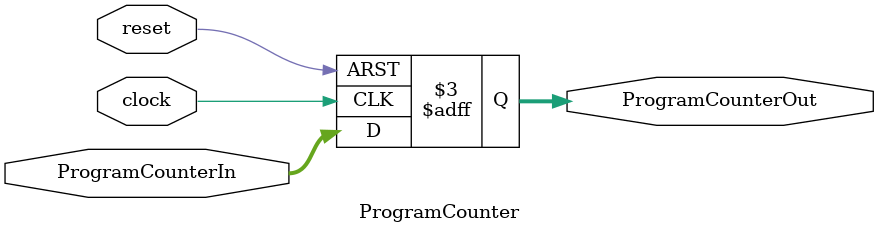
<source format=v>
module ProgramCounter(
	output reg [31:0]ProgramCounterOut,
	input [31:0]ProgramCounterIn,
	input clock,reset
);

	always @(posedge clock or negedge reset) begin 
		if(!reset)begin
			ProgramCounterOut <= 32'b0;
		end
		else begin
			ProgramCounterOut <= ProgramCounterIn;
		end
	end

endmodule
</source>
